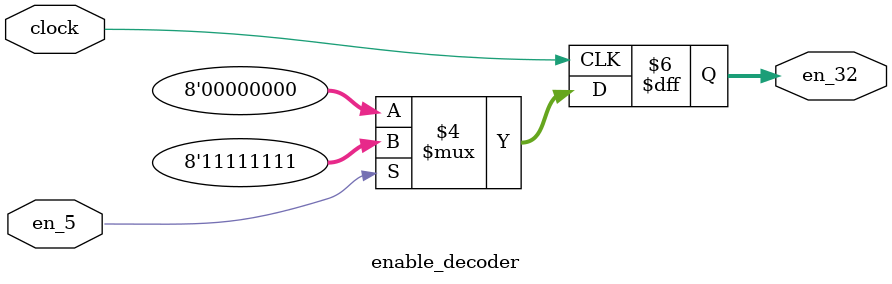
<source format=sv>
`timescale 1ns / 1ps


module enable_decoder #(parameter Word_size = 8)(
    input clock,
    input en_5,
    output reg [Word_size-1:0] en_32
    );
    
     always @(posedge clock)
        begin
            if ( en_5 == 1'b1 )
                begin
                    en_32 = 32'b11111111;
                end
             else begin
                en_32 = 32'b0;
                end
            
        end
endmodule

</source>
